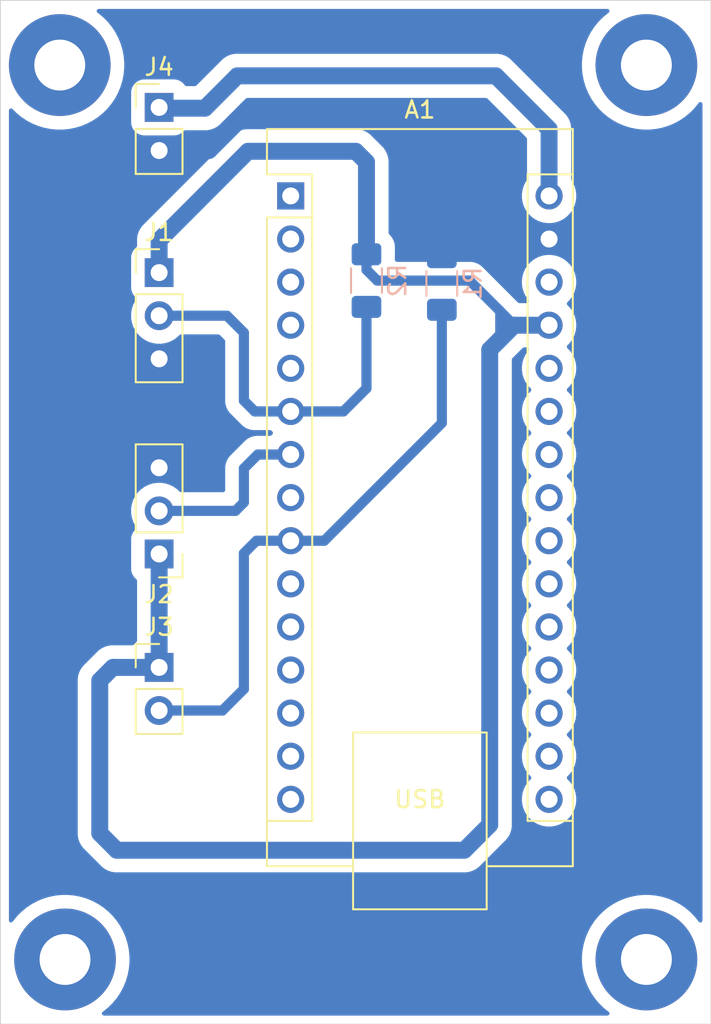
<source format=kicad_pcb>
(kicad_pcb (version 20241229) (generator "pcbnew") (generator_version "9.0")
  (layers (0 "F.Cu" signal) (2 "B.Cu" signal) (13 "F.Paste" user) (15 "B.Paste" user) (5 "F.SilkS" user "F.Silkscreen") (7 "B.SilkS" user "B.Silkscreen") (1 "F.Mask" user) (3 "B.Mask" user) (25 "Edge.Cuts" user))
  (net 0 "")
  (net 3 "5V")
  (net 11 "D3")
  (net 16 "D4")
  (net 20 "D6")
  (net 22 "GND")
  (net 26 "VIN")
  (footprint "Connector_PinHeader_2.54mm:PinHeader_1x02_P2.54mm_Vertical" (layer "F.Cu") (at 113.5 97.725)
    (property "Reference" "J3" (at 0 -2.38 0) (layer "F.SilkS"))
    (property "Value" "SW CAM")
    (fp_line (start -1.38 -1.38) (end 0 -1.38) (stroke (width 0.12)) (layer "F.SilkS"))
    (fp_line (start -1.38 0) (end -1.38 -1.38) (stroke (width 0.12)) (layer "F.SilkS"))
    (fp_line (start -1.38 1.27) (end -1.38 3.92) (stroke (width 0.12)) (layer "F.SilkS"))
    (fp_line (start -1.38 1.27) (end 1.38 1.27) (stroke (width 0.12)) (layer "F.SilkS"))
    (fp_line (start -1.38 3.92) (end 1.38 3.92) (stroke (width 0.12)) (layer "F.SilkS"))
    (fp_line (start 1.38 1.27) (end 1.38 3.92) (stroke (width 0.12)) (layer "F.SilkS"))
    (pad "1" thru_hole rect (at 0 0) (size 1.7 1.7) (drill 1) (layers "*.Cu" "*.Mask") (net 3 "5V"))
    (pad "2" thru_hole circle (at 0 2.54) (size 1.7 1.7) (drill 1) (layers "*.Cu" "*.Mask") (net 20 "D6"))
  )
  (footprint "Connector_PinHeader_2.54mm:PinHeader_1x03_P2.54mm_Vertical" (layer "F.Cu") (at 113.5 74.46)
    (property "Reference" "J1" (at 0 -2.38 0) (layer "F.SilkS"))
    (property "Value" "Sensor Suhu")
    (fp_line (start -1.38 -1.38) (end 0 -1.38) (stroke (width 0.12)) (layer "F.SilkS"))
    (fp_line (start -1.38 0) (end -1.38 -1.38) (stroke (width 0.12)) (layer "F.SilkS"))
    (fp_line (start -1.38 1.27) (end -1.38 6.46) (stroke (width 0.12)) (layer "F.SilkS"))
    (fp_line (start -1.38 1.27) (end 1.38 1.27) (stroke (width 0.12)) (layer "F.SilkS"))
    (fp_line (start -1.38 6.46) (end 1.38 6.46) (stroke (width 0.12)) (layer "F.SilkS"))
    (fp_line (start 1.38 1.27) (end 1.38 6.46) (stroke (width 0.12)) (layer "F.SilkS"))
    (pad "1" thru_hole rect (at 0 0) (size 1.7 1.7) (drill 1) (layers "*.Cu" "*.Mask") (net 3 "5V"))
    (pad "2" thru_hole circle (at 0 2.54) (size 1.7 1.7) (drill 1) (layers "*.Cu" "*.Mask") (net 11 "D3"))
    (pad "3" thru_hole circle (at 0 5.08) (size 1.7 1.7) (drill 1) (layers "*.Cu" "*.Mask") (net 22 "GND"))
  )
  (footprint "Module:Arduino_Nano" (layer "F.Cu") (at 121.26 69.94)
    (property "Reference" "A1" (at 7.62 -5.08 0) (layer "F.SilkS"))
    (property "Value" "Arduino_Nano_v3.x")
    (fp_line (start -1.4 -3.94) (end -1.4 -1.27) (stroke (width 0.12)) (layer "F.SilkS"))
    (fp_line (start -1.4 1.27) (end -1.4 39.5) (stroke (width 0.12)) (layer "F.SilkS"))
    (fp_line (start -1.4 39.5) (end 3.68 39.5) (stroke (width 0.12)) (layer "F.SilkS"))
    (fp_line (start 1.27 -1.27) (end -1.4 -1.27) (stroke (width 0.12)) (layer "F.SilkS"))
    (fp_line (start 1.27 1.27) (end -1.4 1.27) (stroke (width 0.12)) (layer "F.SilkS"))
    (fp_line (start 1.27 1.27) (end 1.27 -1.27) (stroke (width 0.12)) (layer "F.SilkS"))
    (fp_line (start 1.27 1.27) (end 1.27 36.83) (stroke (width 0.12)) (layer "F.SilkS"))
    (fp_line (start 1.27 36.83) (end -1.4 36.83) (stroke (width 0.12)) (layer "F.SilkS"))
    (fp_line (start 3.68 31.62) (end 11.56 31.62) (stroke (width 0.12)) (layer "F.SilkS"))
    (fp_line (start 3.68 42.04) (end 3.68 31.62) (stroke (width 0.12)) (layer "F.SilkS"))
    (fp_line (start 11.56 31.62) (end 11.56 42.04) (stroke (width 0.12)) (layer "F.SilkS"))
    (fp_line (start 11.56 42.04) (end 3.68 42.04) (stroke (width 0.12)) (layer "F.SilkS"))
    (fp_line (start 13.97 -1.27) (end 13.97 36.83) (stroke (width 0.12)) (layer "F.SilkS"))
    (fp_line (start 13.97 -1.27) (end 16.64 -1.27) (stroke (width 0.12)) (layer "F.SilkS"))
    (fp_line (start 13.97 36.83) (end 16.64 36.83) (stroke (width 0.12)) (layer "F.SilkS"))
    (fp_line (start 16.64 -3.94) (end -1.4 -3.94) (stroke (width 0.12)) (layer "F.SilkS"))
    (fp_line (start 16.64 39.5) (end 11.56 39.5) (stroke (width 0.12)) (layer "F.SilkS"))
    (fp_line (start 16.64 39.5) (end 16.64 -3.94) (stroke (width 0.12)) (layer "F.SilkS"))
    (fp_text user "USB" (at 7.62 35.56 0) (layer "F.SilkS"))
    (pad "1" thru_hole rect (at 0 0) (size 1.6 1.6) (drill 1) (layers "*.Cu" "*.Mask"))
    (pad "2" thru_hole oval (at 0 2.54) (size 1.6 1.6) (drill 1) (layers "*.Cu" "*.Mask"))
    (pad "3" thru_hole oval (at 0 5.08) (size 1.6 1.6) (drill 1) (layers "*.Cu" "*.Mask"))
    (pad "4" thru_hole oval (at 0 7.62) (size 1.6 1.6) (drill 1) (layers "*.Cu" "*.Mask"))
    (pad "5" thru_hole oval (at 0 10.16) (size 1.6 1.6) (drill 1) (layers "*.Cu" "*.Mask"))
    (pad "6" thru_hole oval (at 0 12.7) (size 1.6 1.6) (drill 1) (layers "*.Cu" "*.Mask") (net 11 "D3"))
    (pad "7" thru_hole oval (at 0 15.24) (size 1.6 1.6) (drill 1) (layers "*.Cu" "*.Mask") (net 16 "D4"))
    (pad "8" thru_hole oval (at 0 17.78) (size 1.6 1.6) (drill 1) (layers "*.Cu" "*.Mask"))
    (pad "9" thru_hole oval (at 0 20.32) (size 1.6 1.6) (drill 1) (layers "*.Cu" "*.Mask") (net 20 "D6"))
    (pad "10" thru_hole oval (at 0 22.86) (size 1.6 1.6) (drill 1) (layers "*.Cu" "*.Mask"))
    (pad "11" thru_hole oval (at 0 25.4) (size 1.6 1.6) (drill 1) (layers "*.Cu" "*.Mask"))
    (pad "12" thru_hole oval (at 0 27.94) (size 1.6 1.6) (drill 1) (layers "*.Cu" "*.Mask"))
    (pad "13" thru_hole oval (at 0 30.48) (size 1.6 1.6) (drill 1) (layers "*.Cu" "*.Mask"))
    (pad "14" thru_hole oval (at 0 33.02) (size 1.6 1.6) (drill 1) (layers "*.Cu" "*.Mask"))
    (pad "15" thru_hole oval (at 0 35.56) (size 1.6 1.6) (drill 1) (layers "*.Cu" "*.Mask"))
    (pad "16" thru_hole oval (at 15.24 35.56) (size 1.6 1.6) (drill 1) (layers "*.Cu" "*.Mask"))
    (pad "17" thru_hole oval (at 15.24 33.02) (size 1.6 1.6) (drill 1) (layers "*.Cu" "*.Mask"))
    (pad "18" thru_hole oval (at 15.24 30.48) (size 1.6 1.6) (drill 1) (layers "*.Cu" "*.Mask"))
    (pad "19" thru_hole oval (at 15.24 27.94) (size 1.6 1.6) (drill 1) (layers "*.Cu" "*.Mask"))
    (pad "20" thru_hole oval (at 15.24 25.4) (size 1.6 1.6) (drill 1) (layers "*.Cu" "*.Mask"))
    (pad "21" thru_hole oval (at 15.24 22.86) (size 1.6 1.6) (drill 1) (layers "*.Cu" "*.Mask"))
    (pad "22" thru_hole oval (at 15.24 20.32) (size 1.6 1.6) (drill 1) (layers "*.Cu" "*.Mask"))
    (pad "23" thru_hole oval (at 15.24 17.78) (size 1.6 1.6) (drill 1) (layers "*.Cu" "*.Mask"))
    (pad "24" thru_hole oval (at 15.24 15.24) (size 1.6 1.6) (drill 1) (layers "*.Cu" "*.Mask"))
    (pad "25" thru_hole oval (at 15.24 12.7) (size 1.6 1.6) (drill 1) (layers "*.Cu" "*.Mask"))
    (pad "26" thru_hole oval (at 15.24 10.16) (size 1.6 1.6) (drill 1) (layers "*.Cu" "*.Mask"))
    (pad "27" thru_hole oval (at 15.24 7.62) (size 1.6 1.6) (drill 1) (layers "*.Cu" "*.Mask") (net 3 "5V"))
    (pad "28" thru_hole oval (at 15.24 5.08) (size 1.6 1.6) (drill 1) (layers "*.Cu" "*.Mask"))
    (pad "29" thru_hole oval (at 15.24 2.54) (size 1.6 1.6) (drill 1) (layers "*.Cu" "*.Mask") (net 22 "GND"))
    (pad "30" thru_hole oval (at 15.24 0) (size 1.6 1.6) (drill 1) (layers "*.Cu" "*.Mask") (net 26 "VIN"))
  )
  (footprint "Connector_PinHeader_2.54mm:PinHeader_1x03_P2.54mm_Vertical" (layer "F.Cu") (at 113.5 91.04 180)
    (property "Reference" "J2" (at 0 -2.38 0) (layer "F.SilkS"))
    (property "Value" "Sensor Radar")
    (fp_line (start 1.38 1.27) (end 1.38 6.46) (stroke (width 0.12)) (layer "F.SilkS"))
    (fp_line (start -1.38 6.46) (end 1.38 6.46) (stroke (width 0.12)) (layer "F.SilkS"))
    (fp_line (start -1.38 1.27) (end 1.38 1.27) (stroke (width 0.12)) (layer "F.SilkS"))
    (fp_line (start -1.38 1.27) (end -1.38 6.46) (stroke (width 0.12)) (layer "F.SilkS"))
    (fp_line (start -1.38 0) (end -1.38 -1.38) (stroke (width 0.12)) (layer "F.SilkS"))
    (fp_line (start -1.38 -1.38) (end 0 -1.38) (stroke (width 0.12)) (layer "F.SilkS"))
    (pad "1" thru_hole rect (at 0 0 180) (size 1.7 1.7) (drill 1) (layers "*.Cu" "*.Mask") (net 3 "5V"))
    (pad "2" thru_hole circle (at 0 2.54 180) (size 1.7 1.7) (drill 1) (layers "*.Cu" "*.Mask") (net 16 "D4"))
    (pad "3" thru_hole circle (at 0 5.08 180) (size 1.7 1.7) (drill 1) (layers "*.Cu" "*.Mask") (net 22 "GND"))
  )
  (footprint "Connector_PinHeader_2.54mm:PinHeader_1x02_P2.54mm_Vertical" (layer "F.Cu") (at 113.5 64.725)
    (property "Reference" "J4" (at 0 -2.38 0) (layer "F.SilkS"))
    (property "Value" "Supply")
    (fp_line (start -1.38 -1.38) (end 0 -1.38) (stroke (width 0.12)) (layer "F.SilkS"))
    (fp_line (start -1.38 0) (end -1.38 -1.38) (stroke (width 0.12)) (layer "F.SilkS"))
    (fp_line (start -1.38 1.27) (end -1.38 3.92) (stroke (width 0.12)) (layer "F.SilkS"))
    (fp_line (start -1.38 1.27) (end 1.38 1.27) (stroke (width 0.12)) (layer "F.SilkS"))
    (fp_line (start -1.38 3.92) (end 1.38 3.92) (stroke (width 0.12)) (layer "F.SilkS"))
    (fp_line (start 1.38 1.27) (end 1.38 3.92) (stroke (width 0.12)) (layer "F.SilkS"))
    (pad "1" thru_hole rect (at 0 0) (size 1.7 1.7) (drill 1) (layers "*.Cu" "*.Mask") (net 26 "VIN"))
    (pad "2" thru_hole circle (at 0 2.54) (size 1.7 1.7) (drill 1) (layers "*.Cu" "*.Mask") (net 22 "GND"))
  )
  (footprint "Resistor_SMD:R_1206_3216Metric_Pad1.30x1.75mm_HandSolder" (layer "B.Cu") (at 125.73 74.93 90)
    (property "Reference" "R2" (at 0 1.83 270) (layer "B.SilkS") (effects (justify mirror)))
    (property "Value" "R")
    (fp_line (start -0.727064 -0.91) (end 0.727064 -0.91) (stroke (width 0.12)) (layer "B.SilkS"))
    (fp_line (start -0.727064 0.91) (end 0.727064 0.91) (stroke (width 0.12)) (layer "B.SilkS"))
    (pad "1" smd roundrect (at -1.55 0 90) (size 1.3 1.75) (layers "B.Cu" "B.Mask" "B.Paste") (roundrect_rratio 0.192308) (net 11 "D3"))
    (pad "2" smd roundrect (at 1.55 0 90) (size 1.3 1.75) (layers "B.Cu" "B.Mask" "B.Paste") (roundrect_rratio 0.192308) (net 3 "5V"))
  )
  (footprint "Resistor_SMD:R_1206_3216Metric_Pad1.30x1.75mm_HandSolder" (layer "B.Cu") (at 130.175 75.1 90)
    (property "Reference" "R1" (at 0 1.83 270) (layer "B.SilkS") (effects (justify mirror)))
    (property "Value" "R")
    (fp_line (start -0.727064 -0.91) (end 0.727064 -0.91) (stroke (width 0.12)) (layer "B.SilkS"))
    (fp_line (start -0.727064 0.91) (end 0.727064 0.91) (stroke (width 0.12)) (layer "B.SilkS"))
    (pad "1" smd roundrect (at -1.55 0 90) (size 1.3 1.75) (layers "B.Cu" "B.Mask" "B.Paste") (roundrect_rratio 0.192308) (net 20 "D6"))
    (pad "2" smd roundrect (at 1.55 0 90) (size 1.3 1.75) (layers "B.Cu" "B.Mask" "B.Paste") (roundrect_rratio 0.192308) (net 22 "GND"))
  )
  (gr_rect (start 104.14 58.42) (end 146.05 118.745) (stroke (width 0.05)) (fill no) (layer "Edge.Cuts"))
  (via (at 107.95 114.935) (size 6) (drill 3) (layers "F.Cu" "B.Cu") (net 0))
  (via (at 107.64 62.23) (size 6) (drill 3) (layers "F.Cu" "B.Cu") (net 0))
  (via (at 142.24 62.23) (size 6) (drill 3) (layers "F.Cu" "B.Cu") (net 0))
  (via (at 142.24 114.935) (size 6) (drill 3) (layers "F.Cu" "B.Cu") (net 0))
  (segment (start 110.775 97.725) (end 110 98.5) (width 1) (layer "B.Cu") (net 3))
  (segment (start 131.5 108.5) (end 133 107) (width 1) (layer "B.Cu") (net 3))
  (segment (start 134.44 77.56) (end 133.5325 76.6525) (width 0.6) (layer "B.Cu") (net 3))
  (segment (start 125.73 67.945) (end 125.73 73.38) (width 1) (layer "B.Cu") (net 3))
  (segment (start 110 98.5) (end 110 107.5) (width 1) (layer "B.Cu") (net 3))
  (segment (start 133 79) (end 133.6225 78.3775) (width 1) (layer "B.Cu") (net 3))
  (segment (start 113.5 74.46) (end 113.5 72.555) (width 1) (layer "B.Cu") (net 3))
  (segment (start 133.6225 76.7425) (end 133.6225 78.3775) (width 0.6) (layer "B.Cu") (net 3))
  (segment (start 113.5 91.04) (end 113.5 97.725) (width 1) (layer "B.Cu") (net 3))
  (segment (start 118.745 67.31) (end 125.095 67.31) (width 1) (layer "B.Cu") (net 3))
  (segment (start 126.365 74.93) (end 131.81 74.93) (width 0.6) (layer "B.Cu") (net 3))
  (segment (start 134.44 77.56) (end 136.5 77.56) (width 1) (layer "B.Cu") (net 3))
  (segment (start 111 108.5) (end 131.5 108.5) (width 1) (layer "B.Cu") (net 3))
  (segment (start 133.5325 76.6525) (end 131.81 74.93) (width 0.6) (layer "B.Cu") (net 3))
  (segment (start 126.365 74.93) (end 125.73 74.295) (width 0.6) (layer "B.Cu") (net 3))
  (segment (start 125.095 67.31) (end 125.73 67.945) (width 1) (layer "B.Cu") (net 3))
  (segment (start 133.5325 76.6525) (end 133.6225 76.7425) (width 0.6) (layer "B.Cu") (net 3))
  (segment (start 110 107.5) (end 111 108.5) (width 1) (layer "B.Cu") (net 3))
  (segment (start 133.6225 78.3775) (end 134.44 77.56) (width 1) (layer "B.Cu") (net 3))
  (segment (start 113.5 72.555) (end 118.745 67.31) (width 1) (layer "B.Cu") (net 3))
  (segment (start 125.73 74.295) (end 125.73 73.38) (width 0.6) (layer "B.Cu") (net 3))
  (segment (start 133 107) (end 133 79) (width 1) (layer "B.Cu") (net 3))
  (segment (start 113.5 97.725) (end 110.775 97.725) (width 1) (layer "B.Cu") (net 3))
  (segment (start 119.14 82.64) (end 121.26 82.64) (width 0.6) (layer "B.Cu") (net 11))
  (segment (start 113.5 77) (end 117.5 77) (width 0.6) (layer "B.Cu") (net 11))
  (segment (start 117.5 77) (end 118.5 78) (width 0.6) (layer "B.Cu") (net 11))
  (segment (start 125.73 81.28) (end 124.37 82.64) (width 0.6) (layer "B.Cu") (net 11))
  (segment (start 125.73 76.48) (end 125.73 81.28) (width 0.6) (layer "B.Cu") (net 11))
  (segment (start 118.5 82) (end 119.14 82.64) (width 0.6) (layer "B.Cu") (net 11))
  (segment (start 118.5 78) (end 118.5 82) (width 0.6) (layer "B.Cu") (net 11))
  (segment (start 124.37 82.64) (end 121.26 82.64) (width 0.6) (layer "B.Cu") (net 11))
  (segment (start 118.5 86) (end 119.32 85.18) (width 0.6) (layer "B.Cu") (net 16))
  (segment (start 118 88.5) (end 118.5 88) (width 0.6) (layer "B.Cu") (net 16))
  (segment (start 113.5 88.5) (end 118 88.5) (width 0.6) (layer "B.Cu") (net 16))
  (segment (start 119.32 85.18) (end 121.26 85.18) (width 0.6) (layer "B.Cu") (net 16))
  (segment (start 118.5 88) (end 118.5 86) (width 0.6) (layer "B.Cu") (net 16))
  (segment (start 121.26 90.26) (end 119.24 90.26) (width 0.6) (layer "B.Cu") (net 20))
  (segment (start 118.5 99) (end 117.235 100.265) (width 0.6) (layer "B.Cu") (net 20))
  (segment (start 118.5 91) (end 118.5 99) (width 0.6) (layer "B.Cu") (net 20))
  (segment (start 123.24 90.26) (end 130.175 83.325) (width 0.6) (layer "B.Cu") (net 20))
  (segment (start 119.24 90.26) (end 118.5 91) (width 0.6) (layer "B.Cu") (net 20))
  (segment (start 121.26 90.26) (end 123.24 90.26) (width 0.6) (layer "B.Cu") (net 20))
  (segment (start 130.175 83.325) (end 130.175 76.65) (width 0.6) (layer "B.Cu") (net 20))
  (segment (start 117.235 100.265) (end 113.5 100.265) (width 0.6) (layer "B.Cu") (net 20))
  (segment (start 127.5 65.5) (end 129.5 67.5) (width 1) (layer "B.Cu") (net 22))
  (segment (start 134.48 72.48) (end 136.5 72.48) (width 1) (layer "B.Cu") (net 22))
  (segment (start 113.5 85.96) (end 113.5 79.54) (width 1) (layer "B.Cu") (net 22))
  (segment (start 131.0125 69.0125) (end 134.48 72.48) (width 1) (layer "B.Cu") (net 22))
  (segment (start 109.855 78.105) (end 109.855 70.91) (width 1) (layer "B.Cu") (net 22))
  (segment (start 130.175 73.55) (end 130.175 69.85) (width 1) (layer "B.Cu") (net 22))
  (segment (start 118.205 65.5) (end 127.5 65.5) (width 1) (layer "B.Cu") (net 22))
  (segment (start 129.5 67.5) (end 131.0125 69.0125) (width 1) (layer "B.Cu") (net 22))
  (segment (start 113.5 67.265) (end 116.44 67.265) (width 1) (layer "B.Cu") (net 22))
  (segment (start 130.175 69.85) (end 130.175 68.175) (width 1) (layer "B.Cu") (net 22))
  (segment (start 113.5 79.54) (end 111.29 79.54) (width 1) (layer "B.Cu") (net 22))
  (segment (start 130.175 68.175) (end 129.5 67.5) (width 0.6) (layer "B.Cu") (net 22))
  (segment (start 130.175 69.85) (end 131.0125 69.0125) (width 1) (layer "B.Cu") (net 22))
  (segment (start 109.855 70.91) (end 113.5 67.265) (width 1) (layer "B.Cu") (net 22))
  (segment (start 116.44 67.265) (end 118.205 65.5) (width 1) (layer "B.Cu") (net 22))
  (segment (start 111.29 79.54) (end 109.855 78.105) (width 1) (layer "B.Cu") (net 22))
  (segment (start 114.045 64.77) (end 114 64.725) (width 1) (layer "B.Cu") (net 26))
  (segment (start 116.205 64.77) (end 114.045 64.77) (width 1) (layer "B.Cu") (net 26))
  (segment (start 118.11 62.865) (end 116.205 64.77) (width 1) (layer "B.Cu") (net 26))
  (segment (start 114 64.725) (end 113.5 65.225) (width 0.6) (layer "B.Cu") (net 26))
  (segment (start 136.5 66) (end 133.365 62.865) (width 1) (layer "B.Cu") (net 26))
  (segment (start 136.5 69.94) (end 136.5 66) (width 1) (layer "B.Cu") (net 26))
  (segment (start 133.365 62.865) (end 118.11 62.865) (width 1) (layer "B.Cu") (net 26))
  (zone (net 22) (net_name "GND") (layer "B.Cu") (priority 1) (connect_pads yes (clearance 0.8)) (min_thickness 0.25) (fill yes (thermal_gap 0.5) (thermal_bridge_width 0.5))
    (polygon (pts (xy 104.14 58.42) (xy 104.14 118.745) (xy 146.05 118.745) (xy 146.05 58.42)))
  )
)
</source>
